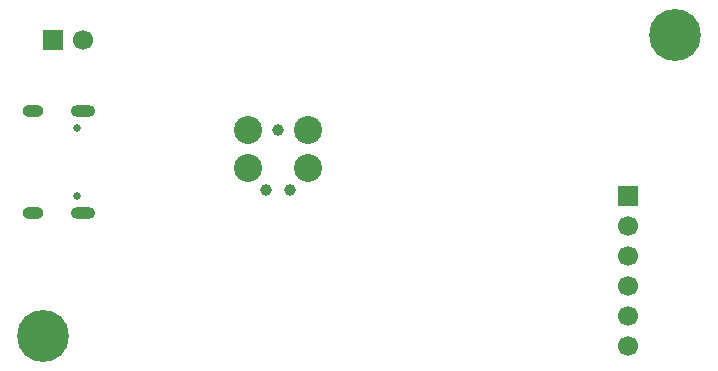
<source format=gbr>
%TF.GenerationSoftware,KiCad,Pcbnew,9.0.4*%
%TF.CreationDate,2025-09-25T07:19:07+02:00*%
%TF.ProjectId,stm32_sensirion_wb,73746d33-325f-4736-956e-736972696f6e,rev?*%
%TF.SameCoordinates,Original*%
%TF.FileFunction,Soldermask,Bot*%
%TF.FilePolarity,Negative*%
%FSLAX46Y46*%
G04 Gerber Fmt 4.6, Leading zero omitted, Abs format (unit mm)*
G04 Created by KiCad (PCBNEW 9.0.4) date 2025-09-25 07:19:07*
%MOMM*%
%LPD*%
G01*
G04 APERTURE LIST*
%ADD10C,0.700000*%
%ADD11C,4.400000*%
%ADD12R,1.700000X1.700000*%
%ADD13C,1.700000*%
%ADD14C,2.374900*%
%ADD15C,0.990600*%
%ADD16C,0.650000*%
%ADD17O,2.100000X1.000000*%
%ADD18O,1.800000X1.000000*%
G04 APERTURE END LIST*
D10*
%TO.C,H1*%
X110600000Y-34750000D03*
X111083274Y-33583274D03*
X111083274Y-35916726D03*
X112250000Y-33100000D03*
D11*
X112250000Y-34750000D03*
D10*
X112250000Y-36400000D03*
X113416726Y-33583274D03*
X113416726Y-35916726D03*
X113900000Y-34750000D03*
%TD*%
%TO.C,H2*%
X57100000Y-60250000D03*
X57583274Y-59083274D03*
X57583274Y-61416726D03*
X58750000Y-58600000D03*
D11*
X58750000Y-60250000D03*
D10*
X58750000Y-61900000D03*
X59916726Y-59083274D03*
X59916726Y-61416726D03*
X60400000Y-60250000D03*
%TD*%
D12*
%TO.C,J3*%
X108300000Y-48370000D03*
D13*
X108300000Y-50910000D03*
X108300000Y-53450000D03*
X108300000Y-55990000D03*
X108300000Y-58530000D03*
X108300000Y-61070000D03*
%TD*%
D14*
%TO.C,J4*%
X81175000Y-42830000D03*
D15*
X78635000Y-42830000D03*
D14*
X76095000Y-42830000D03*
X81175000Y-46005000D03*
X76095000Y-46005000D03*
D15*
X79651000Y-47910000D03*
X77619000Y-47910000D03*
%TD*%
D12*
%TO.C,J1*%
X59625000Y-35200000D03*
D13*
X62165000Y-35200000D03*
%TD*%
D16*
%TO.C,J2*%
X61605000Y-42610000D03*
X61605000Y-48390000D03*
D17*
X62105000Y-41180000D03*
D18*
X57925000Y-41180000D03*
D17*
X62105000Y-49820000D03*
D18*
X57925000Y-49820000D03*
%TD*%
M02*

</source>
